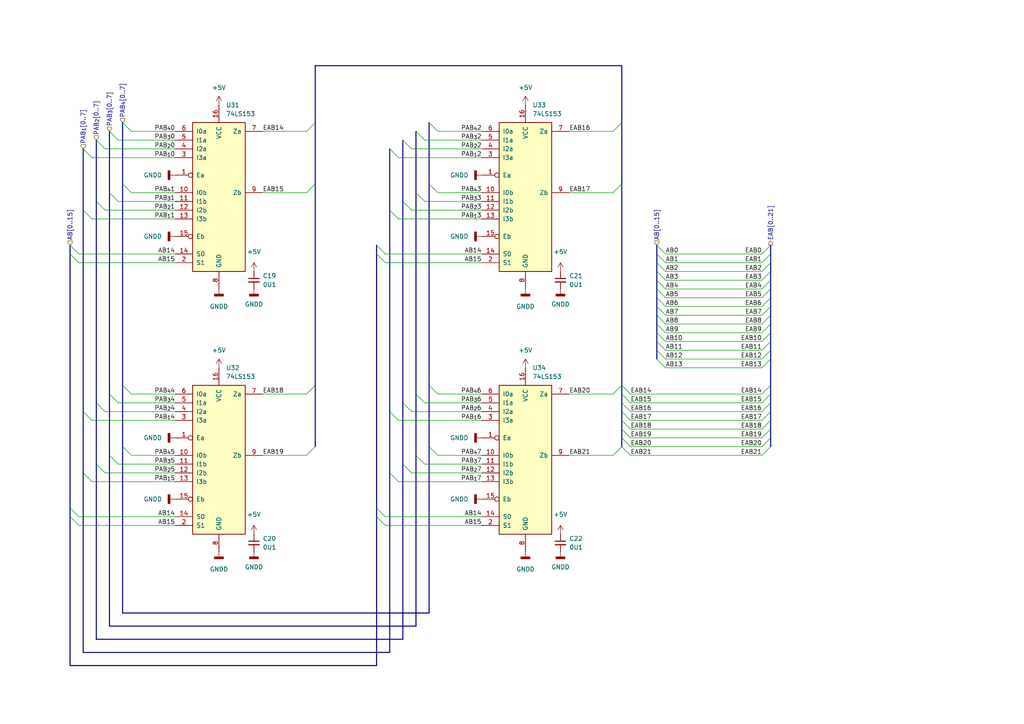
<source format=kicad_sch>
(kicad_sch (version 20211123) (generator eeschema)
  (paper "A4")
  (title_block (title "Z80 CPU INTERPOSER BANK ADDRESS MUX") (date "2022-10-21") (rev "1030211022") (company "LISTOFOPTIONS") (comment 1 "the selector mux here determines which set page the processor is accessing") (comment 2 "pages 0..3 are system default pages, 4..127 are rom, and 128..256 are ram") (comment 3 "there are 256 pages of memory, each assignable to one of the 4 sections") (comment 4 "memory is broken up into 4 sections of 16k (AB_{15}..AB_{14} determine page requested)"))
  (lib_symbols
    (symbol "74xx:74LS153" (pin_names (offset 1.016))
      (property "Reference" "U" (at -7.62 21.59 0))
      (property "Value" "74LS153" (at -7.62 -24.13 0))
      (symbol "74LS153_1_0"
        (pin input inverted (at -12.7 5.08 0) (length 5.08) (name "Ea") (number "1"))
        (pin input line (at -12.7 0 0) (length 5.08) (name "I0b") (number "10"))
        (pin input line (at -12.7 -2.54 0) (length 5.08) (name "I1b") (number "11"))
        (pin input line (at -12.7 -5.08 0) (length 5.08) (name "I2b") (number "12"))
        (pin input line (at -12.7 -7.62 0) (length 5.08) (name "I3b") (number "13"))
        (pin input line (at -12.7 -17.78 0) (length 5.08) (name "S0") (number "14"))
        (pin input inverted (at -12.7 -12.7 0) (length 5.08) (name "Eb") (number "15"))
        (pin power_in line (at 0 25.4 270) (length 5.08) (name "VCC") (number "16"))
        (pin input line (at -12.7 -20.32 0) (length 5.08) (name "S1") (number "2"))
        (pin input line (at -12.7 10.16 0) (length 5.08) (name "I3a") (number "3"))
        (pin input line (at -12.7 12.7 0) (length 5.08) (name "I2a") (number "4"))
        (pin input line (at -12.7 15.24 0) (length 5.08) (name "I1a") (number "5"))
        (pin input line (at -12.7 17.78 0) (length 5.08) (name "I0a") (number "6"))
        (pin output line (at 12.7 17.78 180) (length 5.08) (name "Za") (number "7"))
        (pin power_in line (at 0 -27.94 90) (length 5.08) (name "GND") (number "8"))
        (pin output line (at 12.7 0 180) (length 5.08) (name "Zb") (number "9"))
      )
      (symbol "74LS153_1_1"
        (rectangle (start -7.62 20.32) (end 7.62 -22.86) (stroke (width 0.254)) (fill (type background)))
      )
    )
    (symbol "Device:C_Small" (pin_numbers hide) (pin_names (offset 0.254) hide)
      (property "Reference" "C" (at 0.254 1.778 0))
      (property "Value" "C_Small" (at 0.254 -2.032 0))
      (symbol "C_Small_0_1"
        (polyline (pts (xy -1.524 -0.508) (xy 1.524 -0.508)) (stroke (width 0.3302)))
        (polyline (pts (xy -1.524 0.508) (xy 1.524 0.508)) (stroke (width 0.3048)))
      )
      (symbol "C_Small_1_1"
        (pin passive line (at 0 2.54 270) (length 2.032) (name "~") (number "1"))
        (pin passive line (at 0 -2.54 90) (length 2.032) (name "~") (number "2"))
      )
    )
    (symbol "power:+5V" (power) (pin_names (offset 0))
      (property "Value" "+5V" (at 0 3.556 0))
      (symbol "+5V_0_1"
        (polyline (pts (xy -0.762 1.27) (xy 0 2.54)))
        (polyline (pts (xy 0 0) (xy 0 2.54)))
        (polyline (pts (xy 0 2.54) (xy 0.762 1.27)))
      )
      (symbol "+5V_1_1"
        (pin power_in line (at 0 0 90) (length 0) hide (name "+5V") (number "1"))
      )
    )
    (symbol "power:GNDD" (power) (pin_names (offset 0))
      (property "Value" "GNDD" (at 0 -3.175 0))
      (symbol "GNDD_0_1"
        (rectangle (start -1.27 -1.524) (end 1.27 -2.032) (stroke (width 0.254)) (fill (type outline)))
        (polyline (pts (xy 0 0) (xy 0 -1.524)))
      )
      (symbol "GNDD_1_1"
        (pin power_in line (at 0 0 270) (length 0) hide (name "GNDD") (number "1"))
      )
    )
  )
  (bus_entry (at 223.52 76.2) (size -2.54 2.54))
  (bus_entry (at 223.52 83.82) (size -2.54 2.54))
  (bus_entry (at 27.94 116.84) (size 2.54 2.54))
  (bus_entry (at 223.52 121.92) (size -2.54 2.54))
  (bus_entry (at 124.46 111.76) (size 2.54 2.54))
  (bus_entry (at 116.84 116.84) (size 2.54 2.54))
  (bus_entry (at 223.52 93.98) (size -2.54 2.54))
  (bus_entry (at 190.5 88.9) (size 2.54 2.54))
  (bus_entry (at 124.46 35.56) (size 2.54 2.54))
  (bus_entry (at 31.75 114.3) (size 2.54 2.54))
  (bus_entry (at 190.5 71.12) (size 2.54 2.54))
  (bus_entry (at 180.34 111.76) (size -2.54 2.54))
  (bus_entry (at 27.94 58.42) (size 2.54 2.54))
  (bus_entry (at 35.56 111.76) (size 2.54 2.54))
  (bus_entry (at 120.65 132.08) (size 2.54 2.54))
  (bus_entry (at 190.5 86.36) (size 2.54 2.54))
  (bus_entry (at 180.34 116.84) (size 2.54 2.54))
  (bus_entry (at 190.5 73.66) (size 2.54 2.54))
  (bus_entry (at 35.56 35.56) (size 2.54 2.54))
  (bus_entry (at 35.56 53.34) (size 2.54 2.54))
  (bus_entry (at 109.22 73.66) (size 2.54 2.54))
  (bus_entry (at 20.32 71.12) (size 2.54 2.54))
  (bus_entry (at 27.94 40.64) (size 2.54 2.54))
  (bus_entry (at 113.03 137.16) (size 2.54 2.54))
  (bus_entry (at 24.13 60.96) (size 2.54 2.54))
  (bus_entry (at 190.5 78.74) (size 2.54 2.54))
  (bus_entry (at 113.03 43.18) (size 2.54 2.54))
  (bus_entry (at 223.52 116.84) (size -2.54 2.54))
  (bus_entry (at 20.32 73.66) (size 2.54 2.54))
  (bus_entry (at 116.84 58.42) (size 2.54 2.54))
  (bus_entry (at 116.84 134.62) (size 2.54 2.54))
  (bus_entry (at 113.03 60.96) (size 2.54 2.54))
  (bus_entry (at 91.44 129.54) (size -2.54 2.54))
  (bus_entry (at 190.5 93.98) (size 2.54 2.54))
  (bus_entry (at 223.52 78.74) (size -2.54 2.54))
  (bus_entry (at 223.52 129.54) (size -2.54 2.54))
  (bus_entry (at 190.5 101.6) (size 2.54 2.54))
  (bus_entry (at 190.5 96.52) (size 2.54 2.54))
  (bus_entry (at 223.52 104.14) (size -2.54 2.54))
  (bus_entry (at 223.52 101.6) (size -2.54 2.54))
  (bus_entry (at 223.52 127) (size -2.54 2.54))
  (bus_entry (at 223.52 119.38) (size -2.54 2.54))
  (bus_entry (at 190.5 81.28) (size 2.54 2.54))
  (bus_entry (at 223.52 71.12) (size -2.54 2.54))
  (bus_entry (at 180.34 114.3) (size 2.54 2.54))
  (bus_entry (at 223.52 111.76) (size -2.54 2.54))
  (bus_entry (at 190.5 91.44) (size 2.54 2.54))
  (bus_entry (at 180.34 35.56) (size -2.54 2.54))
  (bus_entry (at 27.94 134.62) (size 2.54 2.54))
  (bus_entry (at 190.5 83.82) (size 2.54 2.54))
  (bus_entry (at 20.32 147.32) (size 2.54 2.54))
  (bus_entry (at 116.84 40.64) (size 2.54 2.54))
  (bus_entry (at 223.52 99.06) (size -2.54 2.54))
  (bus_entry (at 180.34 129.54) (size 2.54 2.54))
  (bus_entry (at 24.13 43.18) (size 2.54 2.54))
  (bus_entry (at 113.03 119.38) (size 2.54 2.54))
  (bus_entry (at 180.34 121.92) (size 2.54 2.54))
  (bus_entry (at 180.34 119.38) (size 2.54 2.54))
  (bus_entry (at 223.52 88.9) (size -2.54 2.54))
  (bus_entry (at 109.22 149.86) (size 2.54 2.54))
  (bus_entry (at 20.32 149.86) (size 2.54 2.54))
  (bus_entry (at 180.34 111.76) (size 2.54 2.54))
  (bus_entry (at 180.34 127) (size 2.54 2.54))
  (bus_entry (at 91.44 35.56) (size -2.54 2.54))
  (bus_entry (at 190.5 104.14) (size 2.54 2.54))
  (bus_entry (at 109.22 147.32) (size 2.54 2.54))
  (bus_entry (at 223.52 124.46) (size -2.54 2.54))
  (bus_entry (at 124.46 53.34) (size 2.54 2.54))
  (bus_entry (at 223.52 114.3) (size -2.54 2.54))
  (bus_entry (at 120.65 55.88) (size 2.54 2.54))
  (bus_entry (at 31.75 38.1) (size 2.54 2.54))
  (bus_entry (at 180.34 53.34) (size -2.54 2.54))
  (bus_entry (at 223.52 91.44) (size -2.54 2.54))
  (bus_entry (at 223.52 73.66) (size -2.54 2.54))
  (bus_entry (at 223.52 81.28) (size -2.54 2.54))
  (bus_entry (at 223.52 96.52) (size -2.54 2.54))
  (bus_entry (at 223.52 86.36) (size -2.54 2.54))
  (bus_entry (at 190.5 76.2) (size 2.54 2.54))
  (bus_entry (at 24.13 119.38) (size 2.54 2.54))
  (bus_entry (at 120.65 38.1) (size 2.54 2.54))
  (bus_entry (at 180.34 129.54) (size -2.54 2.54))
  (bus_entry (at 109.22 71.12) (size 2.54 2.54))
  (bus_entry (at 31.75 55.88) (size 2.54 2.54))
  (bus_entry (at 120.65 114.3) (size 2.54 2.54))
  (bus_entry (at 91.44 53.34) (size -2.54 2.54))
  (bus_entry (at 31.75 132.08) (size 2.54 2.54))
  (bus_entry (at 190.5 99.06) (size 2.54 2.54))
  (bus_entry (at 91.44 111.76) (size -2.54 2.54))
  (bus_entry (at 24.13 137.16) (size 2.54 2.54))
  (bus_entry (at 180.34 124.46) (size 2.54 2.54))
  (bus_entry (at 124.46 129.54) (size 2.54 2.54))
  (bus_entry (at 35.56 129.54) (size 2.54 2.54))
  (bus (pts (xy 109.22 147.32) (xy 109.22 149.86)))
  (bus (pts (xy 35.56 111.76) (xy 35.56 129.54)))
  (wire (pts (xy 193.04 76.2) (xy 220.98 76.2)))
  (wire (pts (xy 30.48 43.18) (xy 50.8 43.18)))
  (wire (pts (xy 88.9 55.88) (xy 76.2 55.88)))
  (bus (pts (xy 223.52 104.14) (xy 223.52 111.76)))
  (wire (pts (xy 177.8 114.3) (xy 165.1 114.3)))
  (bus (pts (xy 27.94 134.62) (xy 27.94 185.42)))
  (wire (pts (xy 111.76 76.2) (xy 139.7 76.2)))
  (wire (pts (xy 34.29 134.62) (xy 50.8 134.62)))
  (wire (pts (xy 123.19 116.84) (xy 139.7 116.84)))
  (bus (pts (xy 180.34 114.3) (xy 180.34 116.84)))
  (wire (pts (xy 182.88 124.46) (xy 220.98 124.46)))
  (bus (pts (xy 223.52 101.6) (xy 223.52 104.14)))
  (bus (pts (xy 223.52 86.36) (xy 223.52 88.9)))
  (bus (pts (xy 116.84 58.42) (xy 116.84 116.84)))
  (wire (pts (xy 182.88 132.08) (xy 220.98 132.08)))
  (wire (pts (xy 38.1 55.88) (xy 50.8 55.88)))
  (bus (pts (xy 223.52 124.46) (xy 223.52 127)))
  (wire (pts (xy 182.88 121.92) (xy 220.98 121.92)))
  (wire (pts (xy 193.04 86.36) (xy 220.98 86.36)))
  (bus (pts (xy 113.03 189.23) (xy 24.13 189.23)))
  (wire (pts (xy 111.76 149.86) (xy 139.7 149.86)))
  (bus (pts (xy 180.34 121.92) (xy 180.34 124.46)))
  (wire (pts (xy 26.67 139.7) (xy 50.8 139.7)))
  (wire (pts (xy 193.04 88.9) (xy 220.98 88.9)))
  (wire (pts (xy 177.8 38.1) (xy 165.1 38.1)))
  (bus (pts (xy 120.65 181.61) (xy 31.75 181.61)))
  (wire (pts (xy 22.86 152.4) (xy 50.8 152.4)))
  (wire (pts (xy 22.86 76.2) (xy 50.8 76.2)))
  (bus (pts (xy 109.22 193.04) (xy 20.32 193.04)))
  (wire (pts (xy 115.57 45.72) (xy 139.7 45.72)))
  (wire (pts (xy 30.48 137.16) (xy 50.8 137.16)))
  (bus (pts (xy 24.13 43.18) (xy 24.13 60.96)))
  (bus (pts (xy 190.5 96.52) (xy 190.5 99.06)))
  (wire (pts (xy 193.04 106.68) (xy 220.98 106.68)))
  (wire (pts (xy 193.04 78.74) (xy 220.98 78.74)))
  (bus (pts (xy 31.75 55.88) (xy 31.75 114.3)))
  (bus (pts (xy 109.22 73.66) (xy 109.22 147.32)))
  (bus (pts (xy 35.56 35.56) (xy 35.56 53.34)))
  (bus (pts (xy 116.84 185.42) (xy 116.84 134.62)))
  (wire (pts (xy 193.04 91.44) (xy 220.98 91.44)))
  (bus (pts (xy 113.03 137.16) (xy 113.03 189.23)))
  (wire (pts (xy 193.04 73.66) (xy 220.98 73.66)))
  (bus (pts (xy 124.46 111.76) (xy 124.46 129.54)))
  (wire (pts (xy 111.76 73.66) (xy 139.7 73.66)))
  (bus (pts (xy 223.52 81.28) (xy 223.52 83.82)))
  (wire (pts (xy 26.67 121.92) (xy 50.8 121.92)))
  (bus (pts (xy 180.34 119.38) (xy 180.34 121.92)))
  (bus (pts (xy 223.52 88.9) (xy 223.52 91.44)))
  (bus (pts (xy 190.5 78.74) (xy 190.5 81.28)))
  (bus (pts (xy 223.52 96.52) (xy 223.52 99.06)))
  (bus (pts (xy 190.5 71.12) (xy 190.5 73.66)))
  (wire (pts (xy 38.1 38.1) (xy 50.8 38.1)))
  (wire (pts (xy 38.1 132.08) (xy 50.8 132.08)))
  (bus (pts (xy 120.65 55.88) (xy 120.65 114.3)))
  (bus (pts (xy 120.65 38.1) (xy 120.65 55.88)))
  (wire (pts (xy 26.67 63.5) (xy 50.8 63.5)))
  (wire (pts (xy 26.67 45.72) (xy 50.8 45.72)))
  (bus (pts (xy 223.52 73.66) (xy 223.52 76.2)))
  (bus (pts (xy 91.44 19.05) (xy 180.34 19.05)))
  (wire (pts (xy 34.29 116.84) (xy 50.8 116.84)))
  (bus (pts (xy 190.5 101.6) (xy 190.5 104.14)))
  (bus (pts (xy 223.52 76.2) (xy 223.52 78.74)))
  (bus (pts (xy 120.65 114.3) (xy 120.65 132.08)))
  (wire (pts (xy 119.38 43.18) (xy 139.7 43.18)))
  (wire (pts (xy 182.88 127) (xy 220.98 127)))
  (bus (pts (xy 223.52 111.76) (xy 223.52 114.3)))
  (bus (pts (xy 120.65 132.08) (xy 120.65 181.61)))
  (bus (pts (xy 223.52 119.38) (xy 223.52 121.92)))
  (wire (pts (xy 119.38 119.38) (xy 139.7 119.38)))
  (bus (pts (xy 190.5 73.66) (xy 190.5 76.2)))
  (bus (pts (xy 35.56 129.54) (xy 35.56 177.8)))
  (wire (pts (xy 88.9 38.1) (xy 76.2 38.1)))
  (wire (pts (xy 182.88 114.3) (xy 220.98 114.3)))
  (bus (pts (xy 27.94 40.64) (xy 27.94 58.42)))
  (bus (pts (xy 190.5 76.2) (xy 190.5 78.74)))
  (bus (pts (xy 31.75 114.3) (xy 31.75 132.08)))
  (bus (pts (xy 20.32 71.12) (xy 20.32 73.66)))
  (wire (pts (xy 193.04 99.06) (xy 220.98 99.06)))
  (wire (pts (xy 119.38 137.16) (xy 139.7 137.16)))
  (bus (pts (xy 190.5 83.82) (xy 190.5 86.36)))
  (bus (pts (xy 180.34 124.46) (xy 180.34 127)))
  (bus (pts (xy 24.13 119.38) (xy 24.13 137.16)))
  (wire (pts (xy 123.19 40.64) (xy 139.7 40.64)))
  (wire (pts (xy 34.29 40.64) (xy 50.8 40.64)))
  (bus (pts (xy 124.46 53.34) (xy 124.46 111.76)))
  (bus (pts (xy 223.52 91.44) (xy 223.52 93.98)))
  (wire (pts (xy 127 132.08) (xy 139.7 132.08)))
  (wire (pts (xy 88.9 132.08) (xy 76.2 132.08)))
  (bus (pts (xy 223.52 83.82) (xy 223.52 86.36)))
  (bus (pts (xy 31.75 38.1) (xy 31.75 55.88)))
  (bus (pts (xy 223.52 116.84) (xy 223.52 119.38)))
  (wire (pts (xy 115.57 121.92) (xy 139.7 121.92)))
  (bus (pts (xy 91.44 35.56) (xy 91.44 19.05)))
  (bus (pts (xy 190.5 99.06) (xy 190.5 101.6)))
  (bus (pts (xy 113.03 119.38) (xy 113.03 137.16)))
  (wire (pts (xy 22.86 73.66) (xy 50.8 73.66)))
  (bus (pts (xy 116.84 40.64) (xy 116.84 58.42)))
  (wire (pts (xy 182.88 116.84) (xy 220.98 116.84)))
  (bus (pts (xy 27.94 185.42) (xy 116.84 185.42)))
  (bus (pts (xy 223.52 78.74) (xy 223.52 81.28)))
  (bus (pts (xy 223.52 121.92) (xy 223.52 124.46)))
  (wire (pts (xy 30.48 119.38) (xy 50.8 119.38)))
  (wire (pts (xy 30.48 60.96) (xy 50.8 60.96)))
  (wire (pts (xy 88.9 114.3) (xy 76.2 114.3)))
  (bus (pts (xy 20.32 147.32) (xy 20.32 149.86)))
  (wire (pts (xy 119.38 60.96) (xy 139.7 60.96)))
  (bus (pts (xy 27.94 58.42) (xy 27.94 116.84)))
  (bus (pts (xy 91.44 53.34) (xy 91.44 111.76)))
  (bus (pts (xy 190.5 86.36) (xy 190.5 88.9)))
  (bus (pts (xy 223.52 99.06) (xy 223.52 101.6)))
  (bus (pts (xy 24.13 189.23) (xy 24.13 137.16)))
  (bus (pts (xy 190.5 88.9) (xy 190.5 91.44)))
  (bus (pts (xy 190.5 81.28) (xy 190.5 83.82)))
  (bus (pts (xy 180.34 53.34) (xy 180.34 111.76)))
  (bus (pts (xy 223.52 114.3) (xy 223.52 116.84)))
  (wire (pts (xy 182.88 129.54) (xy 220.98 129.54)))
  (bus (pts (xy 190.5 91.44) (xy 190.5 93.98)))
  (wire (pts (xy 34.29 58.42) (xy 50.8 58.42)))
  (bus (pts (xy 27.94 116.84) (xy 27.94 134.62)))
  (bus (pts (xy 113.03 60.96) (xy 113.03 119.38)))
  (wire (pts (xy 22.86 149.86) (xy 50.8 149.86)))
  (wire (pts (xy 127 38.1) (xy 139.7 38.1)))
  (bus (pts (xy 223.52 93.98) (xy 223.52 96.52)))
  (bus (pts (xy 20.32 73.66) (xy 20.32 147.32)))
  (bus (pts (xy 109.22 149.86) (xy 109.22 193.04)))
  (bus (pts (xy 124.46 177.8) (xy 124.46 129.54)))
  (wire (pts (xy 127 114.3) (xy 139.7 114.3)))
  (bus (pts (xy 223.52 71.12) (xy 223.52 73.66)))
  (bus (pts (xy 180.34 19.05) (xy 180.34 35.56)))
  (bus (pts (xy 116.84 116.84) (xy 116.84 134.62)))
  (wire (pts (xy 123.19 134.62) (xy 139.7 134.62)))
  (wire (pts (xy 193.04 83.82) (xy 220.98 83.82)))
  (bus (pts (xy 180.34 116.84) (xy 180.34 119.38)))
  (wire (pts (xy 177.8 55.88) (xy 165.1 55.88)))
  (wire (pts (xy 115.57 139.7) (xy 139.7 139.7)))
  (wire (pts (xy 111.76 152.4) (xy 139.7 152.4)))
  (bus (pts (xy 35.56 53.34) (xy 35.56 111.76)))
  (wire (pts (xy 193.04 93.98) (xy 220.98 93.98)))
  (bus (pts (xy 109.22 71.12) (xy 109.22 73.66)))
  (bus (pts (xy 31.75 181.61) (xy 31.75 132.08)))
  (wire (pts (xy 193.04 101.6) (xy 220.98 101.6)))
  (bus (pts (xy 35.56 177.8) (xy 124.46 177.8)))
  (bus (pts (xy 223.52 127) (xy 223.52 129.54)))
  (wire (pts (xy 193.04 104.14) (xy 220.98 104.14)))
  (wire (pts (xy 38.1 114.3) (xy 50.8 114.3)))
  (wire (pts (xy 193.04 81.28) (xy 220.98 81.28)))
  (wire (pts (xy 193.04 96.52) (xy 220.98 96.52)))
  (bus (pts (xy 20.32 149.86) (xy 20.32 193.04)))
  (wire (pts (xy 115.57 63.5) (xy 139.7 63.5)))
  (bus (pts (xy 180.34 127) (xy 180.34 129.54)))
  (bus (pts (xy 91.44 35.56) (xy 91.44 53.34)))
  (bus (pts (xy 190.5 93.98) (xy 190.5 96.52)))
  (bus (pts (xy 24.13 60.96) (xy 24.13 119.38)))
  (bus (pts (xy 113.03 43.18) (xy 113.03 60.96)))
  (bus (pts (xy 180.34 111.76) (xy 180.34 114.3)))
  (wire (pts (xy 123.19 58.42) (xy 139.7 58.42)))
  (wire (pts (xy 127 55.88) (xy 139.7 55.88)))
  (bus (pts (xy 91.44 111.76) (xy 91.44 129.54)))
  (wire (pts (xy 182.88 119.38) (xy 220.98 119.38)))
  (bus (pts (xy 180.34 35.56) (xy 180.34 53.34)))
  (bus (pts (xy 124.46 35.56) (xy 124.46 53.34)))
  (wire (pts (xy 177.8 132.08) (xy 165.1 132.08)))
  (label "AB3" (at 193.04 81.28 0))
  (label "AB8" (at 193.04 93.98 0))
  (label "EAB15" (at 182.88 116.84 0))
  (label "AB7" (at 193.04 91.44 0))
  (label "EAB18" (at 182.88 124.46 0))
  (label "EAB8" (at 220.98 93.98 180))
  (label "EAB12" (at 220.98 104.14 180))
  (label "EAB21" (at 182.88 132.08 0))
  (label "AB4" (at 193.04 83.82 0))
  (label "EAB11" (at 220.98 101.6 180))
  (label "EAB3" (at 220.98 81.28 180))
  (label "PAB_{3}7" (at 139.7 134.62 180))
  (label "EAB14" (at 220.98 114.3 180))
  (label "EAB7" (at 220.98 91.44 180))
  (label "EAB17" (at 182.88 121.92 0))
  (label "EAB20" (at 165.1 114.3 0))
  (label "EAB15" (at 76.2 55.88 0))
  (label "EAB10" (at 220.98 99.06 180))
  (label "EAB4" (at 220.98 83.82 180))
  (label "PAB_{3}0" (at 50.8 40.64 180))
  (label "AB10" (at 193.04 99.06 0))
  (label "PAB_{1}1" (at 50.8 63.5 180))
  (label "AB14" (at 139.7 149.86 180))
  (label "PAB_{1}7" (at 139.7 139.7 180))
  (label "PAB_{2}4" (at 50.8 119.38 180))
  (label "PAB_{2}3" (at 139.7 60.96 180))
  (label "PAB_{4}7" (at 139.7 132.08 180))
  (label "PAB_{3}2" (at 139.7 40.64 180))
  (label "EAB15" (at 220.98 116.84 180))
  (label "EAB13" (at 220.98 106.68 180))
  (label "EAB19" (at 182.88 127 0))
  (label "AB14" (at 139.7 73.66 180))
  (label "EAB21" (at 165.1 132.08 0))
  (label "AB15" (at 50.8 76.2 180))
  (label "EAB2" (at 220.98 78.74 180))
  (label "PAB_{3}3" (at 139.7 58.42 180))
  (label "PAB_{2}5" (at 50.8 137.16 180))
  (label "AB0" (at 193.04 73.66 0))
  (label "PAB_{3}5" (at 50.8 134.62 180))
  (label "AB11" (at 193.04 101.6 0))
  (label "EAB16" (at 182.88 119.38 0))
  (label "AB13" (at 193.04 106.68 0))
  (label "AB14" (at 50.8 149.86 180))
  (label "PAB_{4}4" (at 50.8 114.3 180))
  (label "PAB_{4}1" (at 50.8 55.88 180))
  (label "PAB_{4}0" (at 50.8 38.1 180))
  (label "EAB0" (at 220.98 73.66 180))
  (label "PAB_{2}7" (at 139.7 137.16 180))
  (label "PAB_{3}1" (at 50.8 58.42 180))
  (label "PAB_{3}6" (at 139.7 116.84 180))
  (label "EAB16" (at 165.1 38.1 0))
  (label "PAB_{2}1" (at 50.8 60.96 180))
  (label "AB9" (at 193.04 96.52 0))
  (label "EAB14" (at 182.88 114.3 0))
  (label "PAB_{2}0" (at 50.8 43.18 180))
  (label "AB15" (at 50.8 152.4 180))
  (label "PAB_{1}0" (at 50.8 45.72 180))
  (label "AB6" (at 193.04 88.9 0))
  (label "EAB20" (at 220.98 129.54 180))
  (label "AB15" (at 139.7 76.2 180))
  (label "PAB_{3}4" (at 50.8 116.84 180))
  (label "AB2" (at 193.04 78.74 0))
  (label "EAB9" (at 220.98 96.52 180))
  (label "PAB_{4}2" (at 139.7 38.1 180))
  (label "EAB16" (at 220.98 119.38 180))
  (label "AB15" (at 139.7 152.4 180))
  (label "EAB6" (at 220.98 88.9 180))
  (label "PAB_{1}4" (at 50.8 121.92 180))
  (label "PAB_{1}5" (at 50.8 139.7 180))
  (label "PAB_{4}3" (at 139.7 55.88 180))
  (label "AB12" (at 193.04 104.14 0))
  (label "PAB_{1}2" (at 139.7 45.72 180))
  (label "EAB5" (at 220.98 86.36 180))
  (label "PAB_{1}6" (at 139.7 121.92 180))
  (label "EAB20" (at 182.88 129.54 0))
  (label "EAB18" (at 76.2 114.3 0))
  (label "EAB21" (at 220.98 132.08 180))
  (label "EAB19" (at 76.2 132.08 0))
  (label "PAB_{1}3" (at 139.7 63.5 180))
  (label "AB14" (at 50.8 73.66 180))
  (label "EAB19" (at 220.98 127 180))
  (label "EAB17" (at 220.98 121.92 180))
  (label "PAB_{2}6" (at 139.7 119.38 180))
  (label "AB5" (at 193.04 86.36 0))
  (label "PAB_{4}5" (at 50.8 132.08 180))
  (label "EAB17" (at 165.1 55.88 0))
  (label "PAB_{2}2" (at 139.7 43.18 180))
  (label "EAB1" (at 220.98 76.2 180))
  (label "PAB_{4}6" (at 139.7 114.3 180))
  (label "EAB18" (at 220.98 124.46 180))
  (label "EAB14" (at 76.2 38.1 0))
  (label "AB1" (at 193.04 76.2 0))
  (hierarchical_label "PAB_{4}[0..7]" (shape input) (at 35.56 35.56 90))
  (hierarchical_label "AB[0..15]" (shape input) (at 20.32 71.12 90))
  (hierarchical_label "PAB_{1}[0..7]" (shape input) (at 24.13 43.18 90))
  (hierarchical_label "EAB[0..21]" (shape output) (at 223.52 71.12 90))
  (hierarchical_label "AB[0..15]" (shape input) (at 190.5 71.12 90))
  (hierarchical_label "PAB_{2}[0..7]" (shape input) (at 27.94 40.64 90))
  (hierarchical_label "PAB_{3}[0..7]" (shape input) (at 31.75 38.1 90))
  (symbol (lib_id "power:+5V") (at 162.56 78.74 0) (unit 1)
    (property "Reference" "#PWR0142" (effects hide))
    (property "Value" "+5V" (at 162.56 73.025 0))
  )
  (symbol (lib_id "Device:C_Small") (at 162.56 157.48 0) (unit 1)
    (property "Reference" "C22" (at 165.1 156.2162 0) (effects (justify left)))
    (property "Value" "0U1" (at 165.1 158.7562 0) (effects (justify left)))
  )
  (symbol (lib_id "power:+5V") (at 152.4 106.68 0) (unit 1)
    (property "Reference" "#PWR0140" (effects hide))
    (property "Value" "+5V" (at 152.4 101.6 0))
  )
  (symbol (lib_id "power:GNDD") (at 152.4 160.02 0) (unit 1)
    (property "Reference" "#PWR0141" (effects hide))
    (property "Value" "GNDD" (at 152.4 165.1 0))
  )
  (symbol (lib_id "power:+5V") (at 63.5 30.48 0) (unit 1)
    (property "Reference" "#PWR0126" (effects hide))
    (property "Value" "+5V" (at 63.5 25.4 0))
  )
  (symbol (lib_id "power:GNDD") (at 50.8 68.58 270) (unit 1)
    (property "Reference" "#PWR0123" (effects hide))
    (property "Value" "GNDD" (at 46.99 68.5799 90) (effects (justify right)))
  )
  (symbol (lib_id "power:GNDD") (at 63.5 83.82 0) (unit 1)
    (property "Reference" "#PWR0127" (effects hide))
    (property "Value" "GNDD" (at 63.5 88.9 0))
  )
  (symbol (lib_id "power:GNDD") (at 152.4 83.82 0) (unit 1)
    (property "Reference" "#PWR0139" (effects hide))
    (property "Value" "GNDD" (at 152.4 88.9 0))
  )
  (symbol (lib_id "74xx:74LS153") (at 63.5 55.88 0) (unit 1)
    (property "Reference" "U31" (at 65.5194 30.48 0) (effects (justify left)))
    (property "Value" "74LS153" (at 65.5194 33.02 0) (effects (justify left)))
    (property "Datasheet" "http://www.ti.com/lit/gpn/sn74LS153" (effects hide))
  )
  (symbol (lib_id "74xx:74LS153") (at 152.4 55.88 0) (unit 1)
    (property "Reference" "U33" (at 154.4194 30.48 0) (effects (justify left)))
    (property "Value" "74LS153" (at 154.4194 33.02 0) (effects (justify left)))
    (property "Datasheet" "http://www.ti.com/lit/gpn/sn74LS153" (effects hide))
  )
  (symbol (lib_id "power:GNDD") (at 73.66 83.82 0) (unit 1)
    (property "Reference" "#PWR0131" (effects hide))
    (property "Value" "GNDD" (at 73.66 88.265 0))
  )
  (symbol (lib_id "power:GNDD") (at 139.7 144.78 270) (unit 1)
    (property "Reference" "#PWR0137" (effects hide))
    (property "Value" "GNDD" (at 135.89 144.7799 90) (effects (justify right)))
  )
  (symbol (lib_id "power:GNDD") (at 63.5 160.02 0) (unit 1)
    (property "Reference" "#PWR0129" (effects hide))
    (property "Value" "GNDD" (at 63.5 165.1 0))
  )
  (symbol (lib_id "Device:C_Small") (at 162.56 81.28 0) (unit 1)
    (property "Reference" "C21" (at 165.1 80.0162 0) (effects (justify left)))
    (property "Value" "0U1" (at 165.1 82.5562 0) (effects (justify left)))
  )
  (symbol (lib_id "74xx:74LS153") (at 152.4 132.08 0) (unit 1)
    (property "Reference" "U34" (at 154.4194 106.68 0) (effects (justify left)))
    (property "Value" "74LS153" (at 154.4194 109.22 0) (effects (justify left)))
    (property "Datasheet" "http://www.ti.com/lit/gpn/sn74LS153" (effects hide))
  )
  (symbol (lib_id "Device:C_Small") (at 73.66 157.48 0) (unit 1)
    (property "Reference" "C20" (at 76.2 156.2162 0) (effects (justify left)))
    (property "Value" "0U1" (at 76.2 158.7562 0) (effects (justify left)))
  )
  (symbol (lib_id "74xx:74LS153") (at 63.5 132.08 0) (unit 1)
    (property "Reference" "U32" (at 65.5194 106.68 0) (effects (justify left)))
    (property "Value" "74LS153" (at 65.5194 109.22 0) (effects (justify left)))
    (property "Datasheet" "http://www.ti.com/lit/gpn/sn74LS153" (effects hide))
  )
  (symbol (lib_id "power:GNDD") (at 50.8 50.8 270) (unit 1)
    (property "Reference" "#PWR0122" (effects hide))
    (property "Value" "GNDD" (at 46.99 50.7999 90) (effects (justify right)))
  )
  (symbol (lib_id "power:GNDD") (at 139.7 68.58 270) (unit 1)
    (property "Reference" "#PWR0135" (effects hide))
    (property "Value" "GNDD" (at 135.89 68.5799 90) (effects (justify right)))
  )
  (symbol (lib_id "power:GNDD") (at 50.8 144.78 270) (unit 1)
    (property "Reference" "#PWR0125" (effects hide))
    (property "Value" "GNDD" (at 46.99 144.7799 90) (effects (justify right)))
  )
  (symbol (lib_id "power:+5V") (at 152.4 30.48 0) (unit 1)
    (property "Reference" "#PWR0138" (effects hide))
    (property "Value" "+5V" (at 152.4 25.4 0))
  )
  (symbol (lib_id "power:+5V") (at 73.66 78.74 0) (unit 1)
    (property "Reference" "#PWR0130" (effects hide))
    (property "Value" "+5V" (at 73.66 73.025 0))
  )
  (symbol (lib_id "power:GNDD") (at 73.66 160.02 0) (unit 1)
    (property "Reference" "#PWR0133" (effects hide))
    (property "Value" "GNDD" (at 73.66 164.465 0))
  )
  (symbol (lib_id "Device:C_Small") (at 73.66 81.28 0) (unit 1)
    (property "Reference" "C19" (at 76.2 80.0162 0) (effects (justify left)))
    (property "Value" "0U1" (at 76.2 82.5562 0) (effects (justify left)))
  )
  (symbol (lib_id "power:GNDD") (at 139.7 50.8 270) (unit 1)
    (property "Reference" "#PWR0134" (effects hide))
    (property "Value" "GNDD" (at 135.89 50.7999 90) (effects (justify right)))
  )
  (symbol (lib_id "power:GNDD") (at 162.56 160.02 0) (unit 1)
    (property "Reference" "#PWR0145" (effects hide))
    (property "Value" "GNDD" (at 162.56 164.465 0))
  )
  (symbol (lib_id "power:+5V") (at 63.5 106.68 0) (unit 1)
    (property "Reference" "#PWR0128" (effects hide))
    (property "Value" "+5V" (at 63.5 101.6 0))
  )
  (symbol (lib_id "power:GNDD") (at 50.8 127 270) (unit 1)
    (property "Reference" "#PWR0124" (effects hide))
    (property "Value" "GNDD" (at 46.99 126.9999 90) (effects (justify right)))
  )
  (symbol (lib_id "power:GNDD") (at 139.7 127 270) (unit 1)
    (property "Reference" "#PWR0136" (effects hide))
    (property "Value" "GNDD" (at 135.89 126.9999 90) (effects (justify right)))
  )
  (symbol (lib_id "power:GNDD") (at 162.56 83.82 0) (unit 1)
    (property "Reference" "#PWR0143" (effects hide))
    (property "Value" "GNDD" (at 162.56 88.265 0))
  )
  (symbol (lib_id "power:+5V") (at 73.66 154.94 0) (unit 1)
    (property "Reference" "#PWR0132" (effects hide))
    (property "Value" "+5V" (at 73.66 149.225 0))
  )
  (symbol (lib_id "power:+5V") (at 162.56 154.94 0) (unit 1)
    (property "Reference" "#PWR0144" (effects hide))
    (property "Value" "+5V" (at 162.56 149.225 0))
  )
)
</source>
